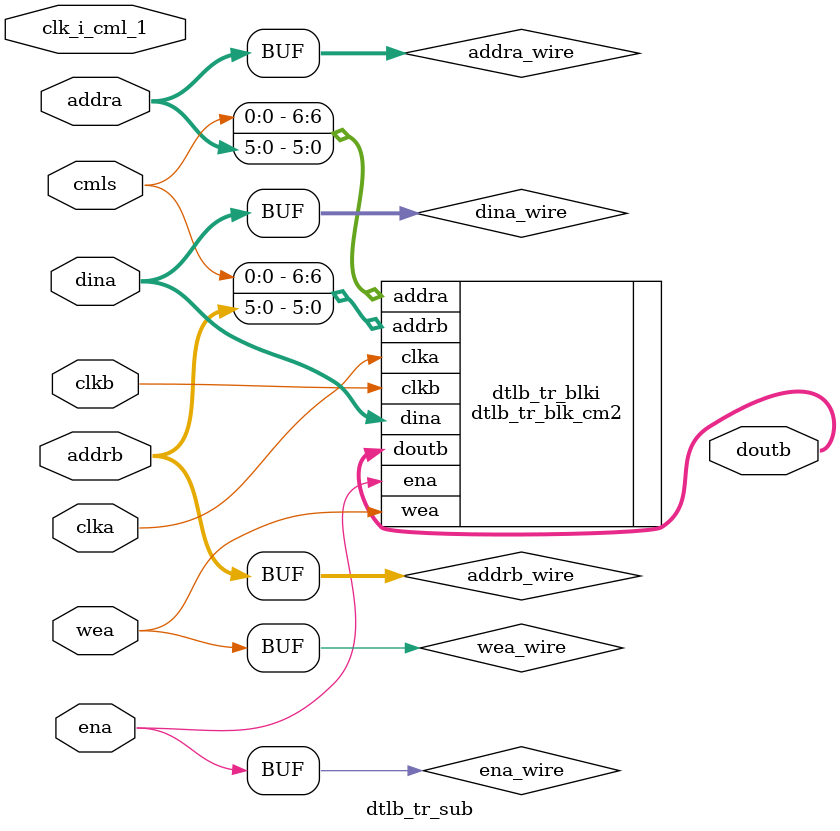
<source format=v>
/*******************************************************************************
*     This file is owned and controlled by Xilinx and must be used             *
*     solely for design, simulation, implementation and creation of            *
*     design files limited to Xilinx devices or technologies. Use              *
*     with non-Xilinx devices or technologies is expressly prohibited          *
*     and immediately terminates your license.                                 *
*                                                                              *
*     XILINX IS PROVIDING THIS DESIGN, CODE, OR INFORMATION "AS IS"            *
*     SOLELY FOR USE IN DEVELOPING PROGRAMS AND SOLUTIONS FOR                  *
*     XILINX DEVICES.  BY PROVIDING THIS DESIGN, CODE, OR INFORMATION          *
*     AS ONE POSSIBLE IMPLEMENTATION OF THIS FEATURE, APPLICATION              *
*     OR STANDARD, XILINX IS MAKING NO REPRESENTATION THAT THIS                *
*     IMPLEMENTATION IS FREE FROM ANY CLAIMS OF INFRINGEMENT,                  *
*     AND YOU ARE RESPONSIBLE FOR OBTAINING ANY RIGHTS YOU MAY REQUIRE         *
*     FOR YOUR IMPLEMENTATION.  XILINX EXPRESSLY DISCLAIMS ANY                 *
*     WARRANTY WHATSOEVER WITH RESPECT TO THE ADEQUACY OF THE                  *
*     IMPLEMENTATION, INCLUDING BUT NOT LIMITED TO ANY WARRANTIES OR           *
*     REPRESENTATIONS THAT THIS IMPLEMENTATION IS FREE FROM CLAIMS OF          *
*     INFRINGEMENT, IMPLIED WARRANTIES OF MERCHANTABILITY AND FITNESS          *
*     FOR A PARTICULAR PURPOSE.                                                *
*                                                                              *
*     Xilinx products are not intended for use in life support                 *
*     appliances, devices, or systems. Use in such applications are            *
*     expressly prohibited.                                                    *
*                                                                              *
*     (c) Copyright 1995-2009 Xilinx, Inc.                                     *
*     All rights reserved.                                                     *
*******************************************************************************/
// The synthesis directives "translate_off/translate_on" specified below are
// supported by Xilinx, Mentor Graphics and Synplicity synthesis
// tools. Ensure they are correct for your synthesis tool(s).

// You must compile the wrapper file dtlb_tr_blk.v when simulating
// the core, dtlb_tr_blk. When compiling the wrapper file, be sure to
// reference the XilinxCoreLib Verilog simulation library. For detailed
// instructions, please refer to the "CORE Generator Help".

`timescale 1ns/1ps

module dtlb_tr_sub(
		clk_i_cml_1,
		cmls,
		
	clka,
	ena,
	wea,
	addra,
	dina,
	clkb,
	addrb,
	doutb);


input clk_i_cml_1;
input cmls;




input clka;
input ena;
input [0 : 0] wea;
input [5 : 0] addra;
input [23 : 0] dina;
input clkb;
input [5 : 0] addrb;
output [23 : 0] doutb;

wire ena_wire;
wire [0 : 0] wea_wire;
wire [5 : 0] addra_wire;
wire [23 : 0] dina_wire;
wire [5 : 0] addrb_wire;

assign ena_wire = ena;
assign wea_wire = wea;
assign addra_wire = addra;
assign dina_wire = dina;
assign addrb_wire = addrb;

dtlb_tr_blk_cm2 dtlb_tr_blki(
	.clka(clka),
	.ena(ena_wire),
	.wea(wea_wire),
	.addra({cmls, addra_wire}),
	.dina(dina_wire),
	.clkb(clkb),
	.addrb({cmls, addrb_wire}),
	.doutb(doutb));

endmodule



</source>
